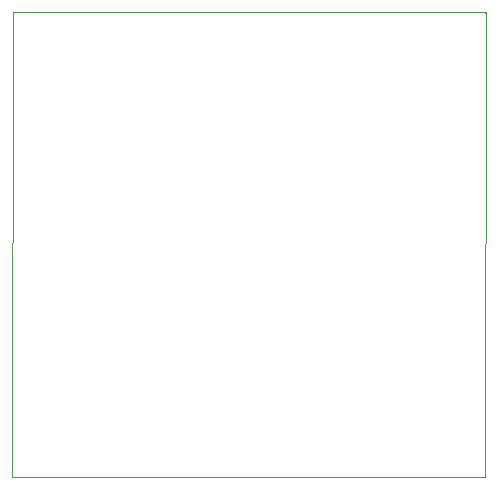
<source format=gbr>
G04 #@! TF.GenerationSoftware,KiCad,Pcbnew,(5.1.5)-3*
G04 #@! TF.CreationDate,2020-03-07T17:44:21+00:00*
G04 #@! TF.ProjectId,DigiSpark v3,44696769-5370-4617-926b-2076332e6b69,rev?*
G04 #@! TF.SameCoordinates,PX291b638PY79240f8*
G04 #@! TF.FileFunction,Profile,NP*
%FSLAX46Y46*%
G04 Gerber Fmt 4.6, Leading zero omitted, Abs format (unit mm)*
G04 Created by KiCad (PCBNEW (5.1.5)-3) date 2020-03-07 17:44:21*
%MOMM*%
%LPD*%
G04 APERTURE LIST*
%ADD10C,0.100000*%
G04 APERTURE END LIST*
D10*
X45186600Y40284400D02*
X45161200Y40233600D01*
X5207000Y40284400D02*
X45186600Y40284400D01*
X5130800Y965200D02*
X5207000Y40284400D01*
X45161200Y965200D02*
X5130800Y965200D01*
X45186600Y40259000D02*
X45161200Y965200D01*
X45161200Y40233600D02*
X45186600Y40259000D01*
M02*

</source>
